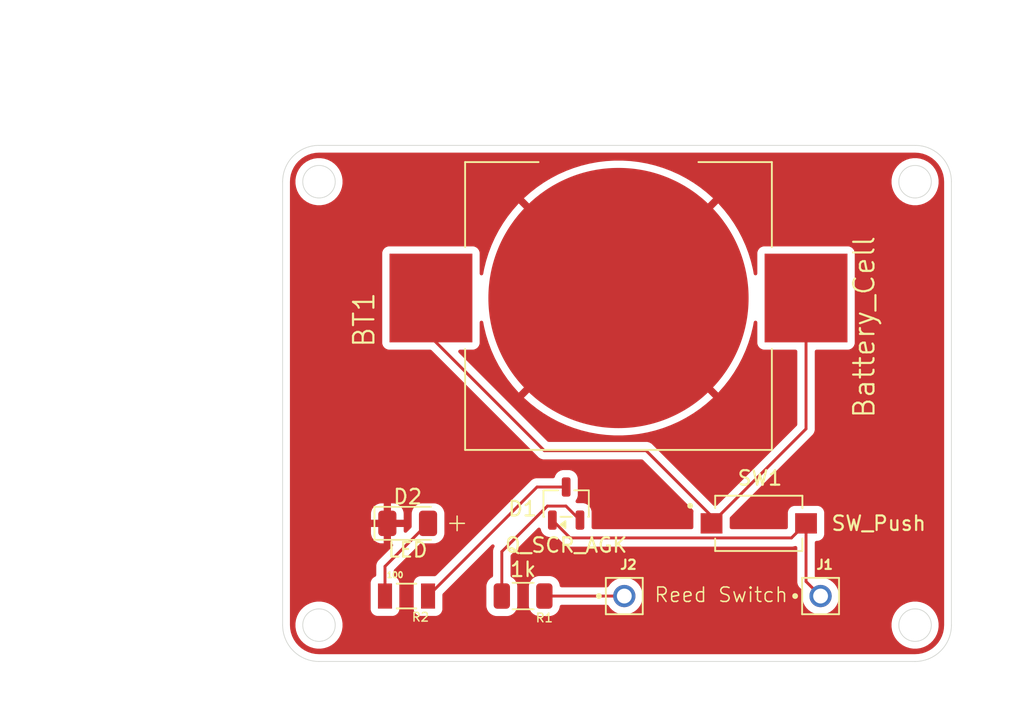
<source format=kicad_pcb>
(kicad_pcb (version 20241229) (generator "pcbnew") (generator_version "9.0")
  (layers (0 "F.Cu" signal) (2 "B.Cu" signal) (13 "F.Paste" user) (15 "B.Paste" user) (5 "F.SilkS" user "F.Silkscreen") (7 "B.SilkS" user "B.Silkscreen") (1 "F.Mask" user) (3 "B.Mask" user) (25 "Edge.Cuts" user))
  (net 0 "")
  (net 1 "GND")
  (net 2 "Net-(BT1-+)")
  (net 3 "Net-(D1-K)")
  (net 4 "Net-(D1-G)")
  (net 5 "Net-(D2-A)")
  (net 6 "REED_SW_POS")
  (net 7 "REED_SW_NEG")
  (footprint "LED_SMD:LED_1206_3216Metric" (layer "F.Cu") (at 61.1 62)
    (property "Reference" "D2" (at 0 -1.83 0) (layer "F.SilkS"))
    (property "Value" "LED" (at 0 1.83 0) (layer "F.SilkS"))
    (fp_line (start -2.285 -1.135) (end -2.285 1.135) (stroke (width 0.12)) (layer "F.SilkS"))
    (fp_line (start -2.285 1.135) (end 1.6 1.135) (stroke (width 0.12)) (layer "F.SilkS"))
    (fp_line (start 1.6 -1.135) (end -2.285 -1.135) (stroke (width 0.12)) (layer "F.SilkS"))
    (pad "1" smd roundrect (at -1.4 0) (size 1.25 1.75) (layers "F.Cu" "F.Mask" "F.Paste") (roundrect_rratio 0.2) (net 1 "GND"))
    (pad "2" smd roundrect (at 1.4 0) (size 1.25 1.75) (layers "F.Cu" "F.Mask" "F.Paste") (roundrect_rratio 0.2) (net 5 "Net-(D2-A)"))
  )
  (footprint "PH1-01-UA:ADAM-TECH_PH1-01-UA" (layer "F.Cu") (at 76 67)
    (property "Reference" "J2" (at 0.282 -2.1564 0) (layer "F.SilkS") (effects (font (size 0.64 0.64))))
    (property "Value" "Conn_01x01_Pin" (hide yes))
    (fp_line (start -1.27 -1.25) (end -1.27 1.25) (stroke (width 0.127)) (layer "F.SilkS"))
    (fp_line (start -1.27 1.25) (end 1.27 1.25) (stroke (width 0.127)) (layer "F.SilkS"))
    (fp_line (start 1.27 -1.25) (end -1.27 -1.25) (stroke (width 0.127)) (layer "F.SilkS"))
    (fp_line (start 1.27 1.25) (end 1.27 -1.25) (stroke (width 0.127)) (layer "F.SilkS"))
    (fp_circle (center -1.75 0) (end -1.65 0) (stroke (width 0.2)) (fill no) (layer "F.SilkS"))
    (pad "1" thru_hole circle (at 0 0) (size 1.53 1.53) (drill 1.02) (layers "*.Cu" "*.Mask") (net 7 "REED_SW_NEG"))
  )
  (footprint "343-BAT-HLD-003-SMT-ND:BAT_BAT-HLD-003-SMT" (layer "F.Cu") (at 75.6 46.5 180)
    (property "Reference" "BT1" (at 17.5 -1.5 90) (layer "F.SilkS") (effects (font (size 1.4 1.4))))
    (property "Value" "Battery_Cell" (at -16.9 -2 90) (layer "F.SilkS") (effects (font (size 1.4 1.4))))
    (fp_line (start 10.55 9.35) (end 10.55 3.5) (stroke (width 0.127)) (layer "F.SilkS"))
    (fp_line (start 10.55 -10.45) (end 10.55 -3.5) (stroke (width 0.127)) (layer "F.SilkS"))
    (fp_line (start 5.5 9.35) (end 10.55 9.35) (stroke (width 0.127)) (layer "F.SilkS"))
    (fp_line (start -10.55 9.35) (end -5.5 9.35) (stroke (width 0.127)) (layer "F.SilkS"))
    (fp_line (start -10.55 3.5) (end -10.55 9.35) (stroke (width 0.127)) (layer "F.SilkS"))
    (fp_line (start -10.55 -3.5) (end -10.55 -10.45) (stroke (width 0.127)) (layer "F.SilkS"))
    (fp_line (start -10.55 -10.45) (end 10.55 -10.45) (stroke (width 0.127)) (layer "F.SilkS"))
    (pad "N" smd circle (at 0 0 180) (size 17.9 17.9) (layers "F.Cu" "F.Mask") (net 1 "GND"))
    (pad "P1" smd rect (at -12.9 0 180) (size 5.7 6.1) (layers "F.Cu" "F.Mask" "F.Paste") (net 2 "Net-(BT1-+)"))
    (pad "P1" smd rect (at 12.9 0 180) (size 5.7 6.1) (layers "F.Cu" "F.Mask" "F.Paste") (net 2 "Net-(BT1-+)"))
  )
  (footprint "343-BAT-HLD-003-SMT-ND:SW_TS10-63-26-BE-250-SMT-TR" (layer "F.Cu") (at 85.25 62)
    (property "Reference" "SW1" (at 0.075 -3.115 0) (layer "F.SilkS"))
    (property "Value" "SW_Push" (at 8.25 0 0) (layer "F.SilkS"))
    (fp_line (start -3 -1.9) (end 3 -1.9) (stroke (width 0.127)) (layer "F.SilkS"))
    (fp_line (start -3 -1.05) (end -3 -1.9) (stroke (width 0.127)) (layer "F.SilkS"))
    (fp_line (start -3 1.05) (end -3 1.9) (stroke (width 0.127)) (layer "F.SilkS"))
    (fp_line (start -3 1.9) (end 3 1.9) (stroke (width 0.127)) (layer "F.SilkS"))
    (fp_line (start 3 -1.9) (end 3 -1.05) (stroke (width 0.127)) (layer "F.SilkS"))
    (fp_line (start 3 1.9) (end 3 1.05) (stroke (width 0.127)) (layer "F.SilkS"))
    (fp_circle (center -4.72 -1.21) (end -4.62 -1.21) (stroke (width 0.2)) (fill no) (layer "F.SilkS"))
    (pad "1" smd rect (at -3.25 0) (size 1.5 1.4) (layers "F.Cu" "F.Mask" "F.Paste") (net 2 "Net-(BT1-+)"))
    (pad "2" smd rect (at 3.25 0) (size 1.5 1.4) (layers "F.Cu" "F.Mask" "F.Paste") (net 6 "REED_SW_POS"))
  )
  (footprint "PH1-01-UA:ADAM-TECH_PH1-01-UA" (layer "F.Cu") (at 89.5 67)
    (property "Reference" "J1" (at 0.282 -2.1564 0) (layer "F.SilkS") (effects (font (size 0.64 0.64))))
    (property "Value" "Conn_01x01_Pin" (hide yes))
    (fp_line (start -1.27 -1.25) (end -1.27 1.25) (stroke (width 0.127)) (layer "F.SilkS"))
    (fp_line (start -1.27 1.25) (end 1.27 1.25) (stroke (width 0.127)) (layer "F.SilkS"))
    (fp_line (start 1.27 -1.25) (end -1.27 -1.25) (stroke (width 0.127)) (layer "F.SilkS"))
    (fp_line (start 1.27 1.25) (end 1.27 -1.25) (stroke (width 0.127)) (layer "F.SilkS"))
    (fp_circle (center -1.75 0) (end -1.65 0) (stroke (width 0.2)) (fill no) (layer "F.SilkS"))
    (pad "1" thru_hole circle (at 0 0) (size 1.53 1.53) (drill 1.02) (layers "*.Cu" "*.Mask") (net 6 "REED_SW_POS"))
  )
  (footprint "Package_TO_SOT_SMD:SOT-23-3" (layer "F.Cu") (at 72 60.6375 90)
    (property "Reference" "D1" (at -0.3625 -3 180) (layer "F.SilkS"))
    (property "Value" "Q_SCR_AGK" (at -2.8625 0 180) (layer "F.SilkS"))
    (fp_line (start 0.91 -1.56) (end 0.91 -0.56) (stroke (width 0.12)) (layer "F.SilkS"))
    (fp_line (start -0.91 -1.56) (end 0.91 -1.56) (stroke (width 0.12)) (layer "F.SilkS"))
    (fp_line (start -0.91 -1.51) (end -0.91 -1.56) (stroke (width 0.12)) (layer "F.SilkS"))
    (fp_line (start -0.91 0.39) (end -0.91 -0.39) (stroke (width 0.12)) (layer "F.SilkS"))
    (fp_line (start 0.91 0.56) (end 0.91 1.56) (stroke (width 0.12)) (layer "F.SilkS"))
    (fp_line (start 0.91 1.56) (end -0.91 1.56) (stroke (width 0.12)) (layer "F.SilkS"))
    (fp_line (start -0.91 1.56) (end -0.91 1.51) (stroke (width 0.12)) (layer "F.SilkS"))
    (fp_poly (pts (xy -1.45 -0.38) (xy -1.21 -0.05) (xy -1.69 -0.05)) (stroke (width 0.12)) (fill yes) (layer "F.SilkS"))
    (pad "1" smd roundrect (at -1.1375 -0.95 90) (size 1.325 0.6) (layers "F.Cu" "F.Mask" "F.Paste") (net 6 "REED_SW_POS"))
    (pad "2" smd roundrect (at -1.1375 0.95 90) (size 1.325 0.6) (layers "F.Cu" "F.Mask" "F.Paste") (net 4 "Net-(D1-G)"))
    (pad "3" smd roundrect (at 1.1375 0 90) (size 1.325 0.6) (layers "F.Cu" "F.Mask" "F.Paste") (net 3 "Net-(D1-K)"))
  )
  (footprint "343-BAT-HLD-003-SMT-ND:RESC3116X65N" (layer "F.Cu") (at 61.02 67 180)
    (property "Reference" "R2" (at -0.96 -1.45 0) (layer "F.SilkS") (effects (font (size 0.6 0.6) (thickness 0.098425))))
    (property "Value" "100" (at 0.79 1.45 0) (layer "F.SilkS") (effects (font (size 0.393701 0.393701) (thickness 0.098425))))
    (fp_line (start -0.67 0.85) (end 0.67 0.85) (stroke (width 0.127)) (layer "F.SilkS"))
    (fp_line (start -0.67 -0.85) (end 0.67 -0.85) (stroke (width 0.127)) (layer "F.SilkS"))
    (pad "1" smd rect (at -1.48 0 180) (size 0.97 1.73) (layers "F.Cu" "F.Mask" "F.Paste") (net 3 "Net-(D1-K)"))
    (pad "2" smd rect (at 1.48 0 180) (size 0.97 1.73) (layers "F.Cu" "F.Mask" "F.Paste") (net 5 "Net-(D2-A)"))
  )
  (footprint "Resistor_SMD:R_1206_3216Metric" (layer "F.Cu") (at 69.0375 67 180)
    (property "Reference" "R1" (at -1.4625 -1.5 0) (layer "F.SilkS") (effects (font (size 0.6 0.6) (thickness 0.098425))))
    (property "Value" "1k" (at 0 1.83 0) (layer "F.SilkS"))
    (fp_line (start -0.727064 0.91) (end 0.727064 0.91) (stroke (width 0.12)) (layer "F.SilkS"))
    (fp_line (start -0.727064 -0.91) (end 0.727064 -0.91) (stroke (width 0.12)) (layer "F.SilkS"))
    (pad "1" smd roundrect (at -1.4625 0 180) (size 1.125 1.75) (layers "F.Cu" "F.Mask" "F.Paste") (roundrect_rratio 0.222222) (net 7 "REED_SW_NEG"))
    (pad "2" smd roundrect (at 1.4625 0 180) (size 1.125 1.75) (layers "F.Cu" "F.Mask" "F.Paste") (roundrect_rratio 0.222222) (net 4 "Net-(D1-G)"))
  )
  (gr_line (start 64 62) (end 65 62) (stroke (width 0.1)) (layer "F.SilkS"))
  (gr_line (start 64.5 61.5) (end 64.5 62.5) (stroke (width 0.1)) (layer "F.SilkS"))
  (gr_line (start 55 71.5) (end 96 71.5) (stroke (width 0.05)) (layer "Edge.Cuts"))
  (gr_line (start 98.5 69) (end 98.5 38.5) (stroke (width 0.05)) (layer "Edge.Cuts"))
  (gr_line (start 96 36) (end 55 36) (stroke (width 0.05)) (layer "Edge.Cuts"))
  (gr_line (start 52.5 38.5) (end 52.5 69) (stroke (width 0.05)) (layer "Edge.Cuts"))
  (gr_arc (start 96 36) (mid 97.767767 36.732233) (end 98.5 38.5) (stroke (width 0.05)) (layer "Edge.Cuts"))
  (gr_arc (start 52.5 38.5) (mid 53.232233 36.732233) (end 55 36) (stroke (width 0.05)) (layer "Edge.Cuts"))
  (gr_circle (center 55 38.5) (end 56 39) (stroke (width 0.05)) (fill no) (layer "Edge.Cuts"))
  (gr_arc (start 98.5 69) (mid 97.767767 70.767767) (end 96 71.5) (stroke (width 0.05)) (layer "Edge.Cuts"))
  (gr_arc (start 55 71.5) (mid 53.232233 70.767767) (end 52.5 69) (stroke (width 0.05)) (layer "Edge.Cuts"))
  (gr_circle (center 96 38.5) (end 97 38) (stroke (width 0.05)) (fill no) (layer "Edge.Cuts"))
  (gr_circle (center 96 69) (end 97 69.5) (stroke (width 0.05)) (fill no) (layer "Edge.Cuts"))
  (gr_circle (center 55 69) (end 56 69.5) (stroke (width 0.05)) (fill no) (layer "Edge.Cuts"))
  (gr_text "Reed Switch" (at 78 67.5 0) (layer "F.SilkS") (effects (font (size 1 1) (thickness 0.1)) (justify left bottom)))
  (segment (start 75.6 46.5) (end 75.55 46.45) (width 0.2) (layer "F.Cu") (net 1))
  (segment (start 88.5 46.5) (end 88.5 55.5) (width 0.2) (layer "F.Cu") (net 2))
  (segment (start 62.7 49.2) (end 70.5 57) (width 0.2) (layer "F.Cu") (net 2))
  (segment (start 62.7 46.5) (end 62.7 49.2) (width 0.2) (layer "F.Cu") (net 2))
  (segment (start 77.5 57) (end 82 61.5) (width 0.2) (layer "F.Cu") (net 2))
  (segment (start 82 61.5) (end 82 62) (width 0.2) (layer "F.Cu") (net 2))
  (segment (start 70.5 57) (end 77.5 57) (width 0.2) (layer "F.Cu") (net 2))
  (segment (start 88.5 55.5) (end 82 62) (width 0.2) (layer "F.Cu") (net 2))
  (segment (start 70 59.5) (end 62.5 67) (width 0.2) (layer "F.Cu") (net 3))
  (segment (start 72 59.5) (end 70 59.5) (width 0.2) (layer "F.Cu") (net 3))
  (segment (start 71.9865 60.8115) (end 72.95 61.775) (width 0.2) (layer "F.Cu") (net 4))
  (segment (start 67.575 63.945532) (end 70.709032 60.8115) (width 0.2) (layer "F.Cu") (net 4))
  (segment (start 67.575 67) (end 67.575 63.945532) (width 0.2) (layer "F.Cu") (net 4))
  (segment (start 70.709032 60.8115) (end 71.9865 60.8115) (width 0.2) (layer "F.Cu") (net 4))
  (segment (start 59.54 64.96) (end 62.5 62) (width 0.2) (layer "F.Cu") (net 5))
  (segment (start 59.54 67) (end 59.54 64.96) (width 0.2) (layer "F.Cu") (net 5))
  (segment (start 72.276 63.001) (end 71.05 61.775) (width 0.2) (layer "F.Cu") (net 6))
  (segment (start 88.5 62) (end 88.5 66) (width 0.2) (layer "F.Cu") (net 6))
  (segment (start 88.5 66) (end 89.5 67) (width 0.2) (layer "F.Cu") (net 6))
  (segment (start 88.5 62) (end 87.499 63.001) (width 0.2) (layer "F.Cu") (net 6))
  (segment (start 87.499 63.001) (end 72.276 63.001) (width 0.2) (layer "F.Cu") (net 6))
  (segment (start 76 67) (end 70.5 67) (width 0.2) (layer "F.Cu") (net 7))
  (zone (net 1) (net_name "GND") (layer "F.Cu") (connect_pads (clearance 0.5)) (min_thickness 0.25) (fill yes (thermal_gap 0.5) (thermal_bridge_width 0.5))
    (polygon (pts (xy 50.5 34) (xy 50 74.5) (xy 103.5 74.5) (xy 101.5 33.5)))
  )
)
</source>
